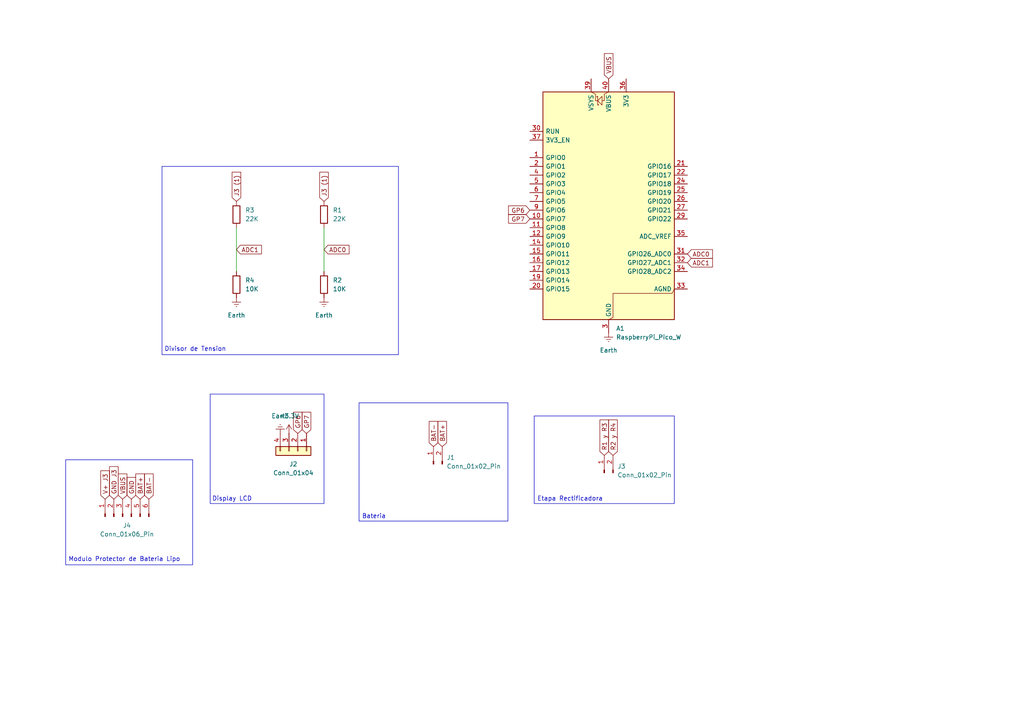
<source format=kicad_sch>
(kicad_sch
	(version 20250114)
	(generator "eeschema")
	(generator_version "9.0")
	(uuid "911fb31c-9ec0-4f87-b7c0-c3d7edbfac4b")
	(paper "A4")
	(lib_symbols
		(symbol "Connector:Conn_01x02_Pin"
			(pin_names
				(offset 1.016)
				(hide yes)
			)
			(exclude_from_sim no)
			(in_bom yes)
			(on_board yes)
			(property "Reference" "J"
				(at 0 2.54 0)
				(effects
					(font
						(size 1.27 1.27)
					)
				)
			)
			(property "Value" "Conn_01x02_Pin"
				(at 0 -5.08 0)
				(effects
					(font
						(size 1.27 1.27)
					)
				)
			)
			(property "Footprint" ""
				(at 0 0 0)
				(effects
					(font
						(size 1.27 1.27)
					)
					(hide yes)
				)
			)
			(property "Datasheet" "~"
				(at 0 0 0)
				(effects
					(font
						(size 1.27 1.27)
					)
					(hide yes)
				)
			)
			(property "Description" "Generic connector, single row, 01x02, script generated"
				(at 0 0 0)
				(effects
					(font
						(size 1.27 1.27)
					)
					(hide yes)
				)
			)
			(property "ki_locked" ""
				(at 0 0 0)
				(effects
					(font
						(size 1.27 1.27)
					)
				)
			)
			(property "ki_keywords" "connector"
				(at 0 0 0)
				(effects
					(font
						(size 1.27 1.27)
					)
					(hide yes)
				)
			)
			(property "ki_fp_filters" "Connector*:*_1x??_*"
				(at 0 0 0)
				(effects
					(font
						(size 1.27 1.27)
					)
					(hide yes)
				)
			)
			(symbol "Conn_01x02_Pin_1_1"
				(rectangle
					(start 0.8636 0.127)
					(end 0 -0.127)
					(stroke
						(width 0.1524)
						(type default)
					)
					(fill
						(type outline)
					)
				)
				(rectangle
					(start 0.8636 -2.413)
					(end 0 -2.667)
					(stroke
						(width 0.1524)
						(type default)
					)
					(fill
						(type outline)
					)
				)
				(polyline
					(pts
						(xy 1.27 0) (xy 0.8636 0)
					)
					(stroke
						(width 0.1524)
						(type default)
					)
					(fill
						(type none)
					)
				)
				(polyline
					(pts
						(xy 1.27 -2.54) (xy 0.8636 -2.54)
					)
					(stroke
						(width 0.1524)
						(type default)
					)
					(fill
						(type none)
					)
				)
				(pin passive line
					(at 5.08 0 180)
					(length 3.81)
					(name "Pin_1"
						(effects
							(font
								(size 1.27 1.27)
							)
						)
					)
					(number "1"
						(effects
							(font
								(size 1.27 1.27)
							)
						)
					)
				)
				(pin passive line
					(at 5.08 -2.54 180)
					(length 3.81)
					(name "Pin_2"
						(effects
							(font
								(size 1.27 1.27)
							)
						)
					)
					(number "2"
						(effects
							(font
								(size 1.27 1.27)
							)
						)
					)
				)
			)
			(embedded_fonts no)
		)
		(symbol "Connector:Conn_01x06_Pin"
			(pin_names
				(offset 1.016)
				(hide yes)
			)
			(exclude_from_sim no)
			(in_bom yes)
			(on_board yes)
			(property "Reference" "J"
				(at 0 7.62 0)
				(effects
					(font
						(size 1.27 1.27)
					)
				)
			)
			(property "Value" "Conn_01x06_Pin"
				(at 0 -10.16 0)
				(effects
					(font
						(size 1.27 1.27)
					)
				)
			)
			(property "Footprint" ""
				(at 0 0 0)
				(effects
					(font
						(size 1.27 1.27)
					)
					(hide yes)
				)
			)
			(property "Datasheet" "~"
				(at 0 0 0)
				(effects
					(font
						(size 1.27 1.27)
					)
					(hide yes)
				)
			)
			(property "Description" "Generic connector, single row, 01x06, script generated"
				(at 0 0 0)
				(effects
					(font
						(size 1.27 1.27)
					)
					(hide yes)
				)
			)
			(property "ki_locked" ""
				(at 0 0 0)
				(effects
					(font
						(size 1.27 1.27)
					)
				)
			)
			(property "ki_keywords" "connector"
				(at 0 0 0)
				(effects
					(font
						(size 1.27 1.27)
					)
					(hide yes)
				)
			)
			(property "ki_fp_filters" "Connector*:*_1x??_*"
				(at 0 0 0)
				(effects
					(font
						(size 1.27 1.27)
					)
					(hide yes)
				)
			)
			(symbol "Conn_01x06_Pin_1_1"
				(rectangle
					(start 0.8636 5.207)
					(end 0 4.953)
					(stroke
						(width 0.1524)
						(type default)
					)
					(fill
						(type outline)
					)
				)
				(rectangle
					(start 0.8636 2.667)
					(end 0 2.413)
					(stroke
						(width 0.1524)
						(type default)
					)
					(fill
						(type outline)
					)
				)
				(rectangle
					(start 0.8636 0.127)
					(end 0 -0.127)
					(stroke
						(width 0.1524)
						(type default)
					)
					(fill
						(type outline)
					)
				)
				(rectangle
					(start 0.8636 -2.413)
					(end 0 -2.667)
					(stroke
						(width 0.1524)
						(type default)
					)
					(fill
						(type outline)
					)
				)
				(rectangle
					(start 0.8636 -4.953)
					(end 0 -5.207)
					(stroke
						(width 0.1524)
						(type default)
					)
					(fill
						(type outline)
					)
				)
				(rectangle
					(start 0.8636 -7.493)
					(end 0 -7.747)
					(stroke
						(width 0.1524)
						(type default)
					)
					(fill
						(type outline)
					)
				)
				(polyline
					(pts
						(xy 1.27 5.08) (xy 0.8636 5.08)
					)
					(stroke
						(width 0.1524)
						(type default)
					)
					(fill
						(type none)
					)
				)
				(polyline
					(pts
						(xy 1.27 2.54) (xy 0.8636 2.54)
					)
					(stroke
						(width 0.1524)
						(type default)
					)
					(fill
						(type none)
					)
				)
				(polyline
					(pts
						(xy 1.27 0) (xy 0.8636 0)
					)
					(stroke
						(width 0.1524)
						(type default)
					)
					(fill
						(type none)
					)
				)
				(polyline
					(pts
						(xy 1.27 -2.54) (xy 0.8636 -2.54)
					)
					(stroke
						(width 0.1524)
						(type default)
					)
					(fill
						(type none)
					)
				)
				(polyline
					(pts
						(xy 1.27 -5.08) (xy 0.8636 -5.08)
					)
					(stroke
						(width 0.1524)
						(type default)
					)
					(fill
						(type none)
					)
				)
				(polyline
					(pts
						(xy 1.27 -7.62) (xy 0.8636 -7.62)
					)
					(stroke
						(width 0.1524)
						(type default)
					)
					(fill
						(type none)
					)
				)
				(pin passive line
					(at 5.08 5.08 180)
					(length 3.81)
					(name "Pin_1"
						(effects
							(font
								(size 1.27 1.27)
							)
						)
					)
					(number "1"
						(effects
							(font
								(size 1.27 1.27)
							)
						)
					)
				)
				(pin passive line
					(at 5.08 2.54 180)
					(length 3.81)
					(name "Pin_2"
						(effects
							(font
								(size 1.27 1.27)
							)
						)
					)
					(number "2"
						(effects
							(font
								(size 1.27 1.27)
							)
						)
					)
				)
				(pin passive line
					(at 5.08 0 180)
					(length 3.81)
					(name "Pin_3"
						(effects
							(font
								(size 1.27 1.27)
							)
						)
					)
					(number "3"
						(effects
							(font
								(size 1.27 1.27)
							)
						)
					)
				)
				(pin passive line
					(at 5.08 -2.54 180)
					(length 3.81)
					(name "Pin_4"
						(effects
							(font
								(size 1.27 1.27)
							)
						)
					)
					(number "4"
						(effects
							(font
								(size 1.27 1.27)
							)
						)
					)
				)
				(pin passive line
					(at 5.08 -5.08 180)
					(length 3.81)
					(name "Pin_5"
						(effects
							(font
								(size 1.27 1.27)
							)
						)
					)
					(number "5"
						(effects
							(font
								(size 1.27 1.27)
							)
						)
					)
				)
				(pin passive line
					(at 5.08 -7.62 180)
					(length 3.81)
					(name "Pin_6"
						(effects
							(font
								(size 1.27 1.27)
							)
						)
					)
					(number "6"
						(effects
							(font
								(size 1.27 1.27)
							)
						)
					)
				)
			)
			(embedded_fonts no)
		)
		(symbol "Connector_Generic:Conn_01x04"
			(pin_names
				(offset 1.016)
				(hide yes)
			)
			(exclude_from_sim no)
			(in_bom yes)
			(on_board yes)
			(property "Reference" "J"
				(at 0 5.08 0)
				(effects
					(font
						(size 1.27 1.27)
					)
				)
			)
			(property "Value" "Conn_01x04"
				(at 0 -7.62 0)
				(effects
					(font
						(size 1.27 1.27)
					)
				)
			)
			(property "Footprint" ""
				(at 0 0 0)
				(effects
					(font
						(size 1.27 1.27)
					)
					(hide yes)
				)
			)
			(property "Datasheet" "~"
				(at 0 0 0)
				(effects
					(font
						(size 1.27 1.27)
					)
					(hide yes)
				)
			)
			(property "Description" "Generic connector, single row, 01x04, script generated (kicad-library-utils/schlib/autogen/connector/)"
				(at 0 0 0)
				(effects
					(font
						(size 1.27 1.27)
					)
					(hide yes)
				)
			)
			(property "ki_keywords" "connector"
				(at 0 0 0)
				(effects
					(font
						(size 1.27 1.27)
					)
					(hide yes)
				)
			)
			(property "ki_fp_filters" "Connector*:*_1x??_*"
				(at 0 0 0)
				(effects
					(font
						(size 1.27 1.27)
					)
					(hide yes)
				)
			)
			(symbol "Conn_01x04_1_1"
				(rectangle
					(start -1.27 3.81)
					(end 1.27 -6.35)
					(stroke
						(width 0.254)
						(type default)
					)
					(fill
						(type background)
					)
				)
				(rectangle
					(start -1.27 2.667)
					(end 0 2.413)
					(stroke
						(width 0.1524)
						(type default)
					)
					(fill
						(type none)
					)
				)
				(rectangle
					(start -1.27 0.127)
					(end 0 -0.127)
					(stroke
						(width 0.1524)
						(type default)
					)
					(fill
						(type none)
					)
				)
				(rectangle
					(start -1.27 -2.413)
					(end 0 -2.667)
					(stroke
						(width 0.1524)
						(type default)
					)
					(fill
						(type none)
					)
				)
				(rectangle
					(start -1.27 -4.953)
					(end 0 -5.207)
					(stroke
						(width 0.1524)
						(type default)
					)
					(fill
						(type none)
					)
				)
				(pin passive line
					(at -5.08 2.54 0)
					(length 3.81)
					(name "Pin_1"
						(effects
							(font
								(size 1.27 1.27)
							)
						)
					)
					(number "1"
						(effects
							(font
								(size 1.27 1.27)
							)
						)
					)
				)
				(pin passive line
					(at -5.08 0 0)
					(length 3.81)
					(name "Pin_2"
						(effects
							(font
								(size 1.27 1.27)
							)
						)
					)
					(number "2"
						(effects
							(font
								(size 1.27 1.27)
							)
						)
					)
				)
				(pin passive line
					(at -5.08 -2.54 0)
					(length 3.81)
					(name "Pin_3"
						(effects
							(font
								(size 1.27 1.27)
							)
						)
					)
					(number "3"
						(effects
							(font
								(size 1.27 1.27)
							)
						)
					)
				)
				(pin passive line
					(at -5.08 -5.08 0)
					(length 3.81)
					(name "Pin_4"
						(effects
							(font
								(size 1.27 1.27)
							)
						)
					)
					(number "4"
						(effects
							(font
								(size 1.27 1.27)
							)
						)
					)
				)
			)
			(embedded_fonts no)
		)
		(symbol "Device:R"
			(pin_numbers
				(hide yes)
			)
			(pin_names
				(offset 0)
			)
			(exclude_from_sim no)
			(in_bom yes)
			(on_board yes)
			(property "Reference" "R"
				(at 2.032 0 90)
				(effects
					(font
						(size 1.27 1.27)
					)
				)
			)
			(property "Value" "R"
				(at 0 0 90)
				(effects
					(font
						(size 1.27 1.27)
					)
				)
			)
			(property "Footprint" ""
				(at -1.778 0 90)
				(effects
					(font
						(size 1.27 1.27)
					)
					(hide yes)
				)
			)
			(property "Datasheet" "~"
				(at 0 0 0)
				(effects
					(font
						(size 1.27 1.27)
					)
					(hide yes)
				)
			)
			(property "Description" "Resistor"
				(at 0 0 0)
				(effects
					(font
						(size 1.27 1.27)
					)
					(hide yes)
				)
			)
			(property "ki_keywords" "R res resistor"
				(at 0 0 0)
				(effects
					(font
						(size 1.27 1.27)
					)
					(hide yes)
				)
			)
			(property "ki_fp_filters" "R_*"
				(at 0 0 0)
				(effects
					(font
						(size 1.27 1.27)
					)
					(hide yes)
				)
			)
			(symbol "R_0_1"
				(rectangle
					(start -1.016 -2.54)
					(end 1.016 2.54)
					(stroke
						(width 0.254)
						(type default)
					)
					(fill
						(type none)
					)
				)
			)
			(symbol "R_1_1"
				(pin passive line
					(at 0 3.81 270)
					(length 1.27)
					(name "~"
						(effects
							(font
								(size 1.27 1.27)
							)
						)
					)
					(number "1"
						(effects
							(font
								(size 1.27 1.27)
							)
						)
					)
				)
				(pin passive line
					(at 0 -3.81 90)
					(length 1.27)
					(name "~"
						(effects
							(font
								(size 1.27 1.27)
							)
						)
					)
					(number "2"
						(effects
							(font
								(size 1.27 1.27)
							)
						)
					)
				)
			)
			(embedded_fonts no)
		)
		(symbol "MCU_Module:RaspberryPi_Pico_W"
			(pin_names
				(offset 0.762)
			)
			(exclude_from_sim no)
			(in_bom yes)
			(on_board yes)
			(property "Reference" "A"
				(at -19.05 35.56 0)
				(effects
					(font
						(size 1.27 1.27)
					)
					(justify left)
				)
			)
			(property "Value" "RaspberryPi_Pico_W"
				(at 7.62 35.56 0)
				(effects
					(font
						(size 1.27 1.27)
					)
					(justify left)
				)
			)
			(property "Footprint" "Module:RaspberryPi_Pico_W_SMD_HandSolder"
				(at 0 -46.99 0)
				(effects
					(font
						(size 1.27 1.27)
					)
					(hide yes)
				)
			)
			(property "Datasheet" "https://datasheets.raspberrypi.com/picow/pico-w-datasheet.pdf"
				(at 0 -49.53 0)
				(effects
					(font
						(size 1.27 1.27)
					)
					(hide yes)
				)
			)
			(property "Description" "Versatile and inexpensive wireless microcontroller module powered by RP2040 dual-core Arm Cortex-M0+ processor up to 133 MHz, 264kB SRAM, 2MB QSPI flash, Infineon CYW43439 2.4GHz 802.11n wireless LAN; also supports Raspberry Pi Pico 2 W"
				(at 0 -52.07 0)
				(effects
					(font
						(size 1.27 1.27)
					)
					(hide yes)
				)
			)
			(property "ki_keywords" "RP2350A M33 RISC-V Hazard3 usb wifi bluetooth"
				(at 0 0 0)
				(effects
					(font
						(size 1.27 1.27)
					)
					(hide yes)
				)
			)
			(property "ki_fp_filters" "RaspberryPi?Pico?Common* RaspberryPi?Pico?W?SMD*"
				(at 0 0 0)
				(effects
					(font
						(size 1.27 1.27)
					)
					(hide yes)
				)
			)
			(symbol "RaspberryPi_Pico_W_0_1"
				(rectangle
					(start -19.05 34.29)
					(end 19.05 -31.75)
					(stroke
						(width 0.254)
						(type default)
					)
					(fill
						(type background)
					)
				)
				(polyline
					(pts
						(xy -5.08 34.29) (xy -3.81 33.655) (xy -3.81 31.75) (xy -3.175 31.75)
					)
					(stroke
						(width 0)
						(type default)
					)
					(fill
						(type none)
					)
				)
				(polyline
					(pts
						(xy -3.429 32.766) (xy -3.429 33.02) (xy -3.175 33.02) (xy -3.175 30.48) (xy -2.921 30.48) (xy -2.921 30.734)
					)
					(stroke
						(width 0)
						(type default)
					)
					(fill
						(type none)
					)
				)
				(polyline
					(pts
						(xy -3.175 31.75) (xy -1.905 33.02) (xy -1.905 30.48) (xy -3.175 31.75)
					)
					(stroke
						(width 0)
						(type default)
					)
					(fill
						(type none)
					)
				)
				(polyline
					(pts
						(xy 0 34.29) (xy -1.27 33.655) (xy -1.27 31.75) (xy -1.905 31.75)
					)
					(stroke
						(width 0)
						(type default)
					)
					(fill
						(type none)
					)
				)
				(polyline
					(pts
						(xy 0 -31.75) (xy 1.27 -31.115) (xy 1.27 -24.13) (xy 18.415 -24.13) (xy 19.05 -22.86)
					)
					(stroke
						(width 0)
						(type default)
					)
					(fill
						(type none)
					)
				)
			)
			(symbol "RaspberryPi_Pico_W_1_1"
				(pin passive line
					(at -22.86 22.86 0)
					(length 3.81)
					(name "RUN"
						(effects
							(font
								(size 1.27 1.27)
							)
						)
					)
					(number "30"
						(effects
							(font
								(size 1.27 1.27)
							)
						)
					)
					(alternate "~{RESET}" passive line)
				)
				(pin passive line
					(at -22.86 20.32 0)
					(length 3.81)
					(name "3V3_EN"
						(effects
							(font
								(size 1.27 1.27)
							)
						)
					)
					(number "37"
						(effects
							(font
								(size 1.27 1.27)
							)
						)
					)
					(alternate "~{3V3_DISABLE}" passive line)
				)
				(pin bidirectional line
					(at -22.86 15.24 0)
					(length 3.81)
					(name "GPIO0"
						(effects
							(font
								(size 1.27 1.27)
							)
						)
					)
					(number "1"
						(effects
							(font
								(size 1.27 1.27)
							)
						)
					)
					(alternate "I2C0_SDA" bidirectional line)
					(alternate "PWM0_A" output line)
					(alternate "SPI0_RX" input line)
					(alternate "UART0_TX" output line)
					(alternate "USB_OVCUR_DET" input line)
				)
				(pin bidirectional line
					(at -22.86 12.7 0)
					(length 3.81)
					(name "GPIO1"
						(effects
							(font
								(size 1.27 1.27)
							)
						)
					)
					(number "2"
						(effects
							(font
								(size 1.27 1.27)
							)
						)
					)
					(alternate "I2C0_SCL" bidirectional clock)
					(alternate "PWM0_B" bidirectional line)
					(alternate "UART0_RX" input line)
					(alternate "USB_VBUS_DET" passive line)
					(alternate "~{SPI0_CSn}" bidirectional line)
				)
				(pin bidirectional line
					(at -22.86 10.16 0)
					(length 3.81)
					(name "GPIO2"
						(effects
							(font
								(size 1.27 1.27)
							)
						)
					)
					(number "4"
						(effects
							(font
								(size 1.27 1.27)
							)
						)
					)
					(alternate "I2C1_SDA" bidirectional line)
					(alternate "PWM1_A" output line)
					(alternate "SPI0_SCK" bidirectional clock)
					(alternate "UART0_CTS" input line)
					(alternate "USB_VBUS_EN" output line)
				)
				(pin bidirectional line
					(at -22.86 7.62 0)
					(length 3.81)
					(name "GPIO3"
						(effects
							(font
								(size 1.27 1.27)
							)
						)
					)
					(number "5"
						(effects
							(font
								(size 1.27 1.27)
							)
						)
					)
					(alternate "I2C1_SCL" bidirectional clock)
					(alternate "PWM1_B" bidirectional line)
					(alternate "SPI0_TX" output line)
					(alternate "UART0_RTS" output line)
					(alternate "USB_OVCUR_DET" input line)
				)
				(pin bidirectional line
					(at -22.86 5.08 0)
					(length 3.81)
					(name "GPIO4"
						(effects
							(font
								(size 1.27 1.27)
							)
						)
					)
					(number "6"
						(effects
							(font
								(size 1.27 1.27)
							)
						)
					)
					(alternate "I2C0_SDA" bidirectional line)
					(alternate "PWM2_A" output line)
					(alternate "SPI0_RX" input line)
					(alternate "UART1_TX" output line)
					(alternate "USB_VBUS_DET" input line)
				)
				(pin bidirectional line
					(at -22.86 2.54 0)
					(length 3.81)
					(name "GPIO5"
						(effects
							(font
								(size 1.27 1.27)
							)
						)
					)
					(number "7"
						(effects
							(font
								(size 1.27 1.27)
							)
						)
					)
					(alternate "I2C0_SCL" bidirectional clock)
					(alternate "PWM2_B" bidirectional line)
					(alternate "UART1_RX" input line)
					(alternate "USB_VBUS_EN" output line)
					(alternate "~{SPI0_CSn}" bidirectional line)
				)
				(pin bidirectional line
					(at -22.86 0 0)
					(length 3.81)
					(name "GPIO6"
						(effects
							(font
								(size 1.27 1.27)
							)
						)
					)
					(number "9"
						(effects
							(font
								(size 1.27 1.27)
							)
						)
					)
					(alternate "I2C1_SDA" bidirectional line)
					(alternate "PWM3_A" output line)
					(alternate "SPI0_SCK" bidirectional clock)
					(alternate "UART1_CTS" input line)
					(alternate "USB_OVCUR_DET" input line)
				)
				(pin bidirectional line
					(at -22.86 -2.54 0)
					(length 3.81)
					(name "GPIO7"
						(effects
							(font
								(size 1.27 1.27)
							)
						)
					)
					(number "10"
						(effects
							(font
								(size 1.27 1.27)
							)
						)
					)
					(alternate "I2C1_SCL" bidirectional clock)
					(alternate "PWM3_B" bidirectional line)
					(alternate "SPI0_TX" output line)
					(alternate "UART1_RTS" output line)
					(alternate "USB_VBUS_DET" input line)
				)
				(pin bidirectional line
					(at -22.86 -5.08 0)
					(length 3.81)
					(name "GPIO8"
						(effects
							(font
								(size 1.27 1.27)
							)
						)
					)
					(number "11"
						(effects
							(font
								(size 1.27 1.27)
							)
						)
					)
					(alternate "I2C0_SDA" bidirectional line)
					(alternate "PWM4_A" output line)
					(alternate "SPI1_RX" input line)
					(alternate "UART1_TX" output line)
					(alternate "USB_VBUS_EN" output line)
				)
				(pin bidirectional line
					(at -22.86 -7.62 0)
					(length 3.81)
					(name "GPIO9"
						(effects
							(font
								(size 1.27 1.27)
							)
						)
					)
					(number "12"
						(effects
							(font
								(size 1.27 1.27)
							)
						)
					)
					(alternate "I2C0_SCL" bidirectional clock)
					(alternate "PWM4_B" bidirectional line)
					(alternate "UART1_RX" input line)
					(alternate "USB_OVCUR_DET" input line)
					(alternate "~{SPI1_CSn}" bidirectional line)
				)
				(pin bidirectional line
					(at -22.86 -10.16 0)
					(length 3.81)
					(name "GPIO10"
						(effects
							(font
								(size 1.27 1.27)
							)
						)
					)
					(number "14"
						(effects
							(font
								(size 1.27 1.27)
							)
						)
					)
					(alternate "I2C1_SDA" bidirectional line)
					(alternate "PWM5_A" output line)
					(alternate "SPI1_SCK" bidirectional clock)
					(alternate "UART1_CTS" input line)
					(alternate "USB_VBUS_DET" input line)
				)
				(pin bidirectional line
					(at -22.86 -12.7 0)
					(length 3.81)
					(name "GPIO11"
						(effects
							(font
								(size 1.27 1.27)
							)
						)
					)
					(number "15"
						(effects
							(font
								(size 1.27 1.27)
							)
						)
					)
					(alternate "I2C1_SCL" bidirectional clock)
					(alternate "PWM5_B" bidirectional line)
					(alternate "SPI1_TX" output line)
					(alternate "UART1_RTS" output line)
					(alternate "USB_VBUS_EN" output line)
				)
				(pin bidirectional line
					(at -22.86 -15.24 0)
					(length 3.81)
					(name "GPIO12"
						(effects
							(font
								(size 1.27 1.27)
							)
						)
					)
					(number "16"
						(effects
							(font
								(size 1.27 1.27)
							)
						)
					)
					(alternate "I2C0_SDA" bidirectional line)
					(alternate "PWM6_A" output line)
					(alternate "SPI1_RX" input line)
					(alternate "UART0_TX" output line)
					(alternate "USB_OVCUR_DET" input line)
				)
				(pin bidirectional line
					(at -22.86 -17.78 0)
					(length 3.81)
					(name "GPIO13"
						(effects
							(font
								(size 1.27 1.27)
							)
						)
					)
					(number "17"
						(effects
							(font
								(size 1.27 1.27)
							)
						)
					)
					(alternate "I2C0_SCL" bidirectional clock)
					(alternate "PWM6_B" bidirectional line)
					(alternate "UART0_RX" input line)
					(alternate "USB_VBUS_DET" input line)
					(alternate "~{SPI1_CSn}" bidirectional line)
				)
				(pin bidirectional line
					(at -22.86 -20.32 0)
					(length 3.81)
					(name "GPIO14"
						(effects
							(font
								(size 1.27 1.27)
							)
						)
					)
					(number "19"
						(effects
							(font
								(size 1.27 1.27)
							)
						)
					)
					(alternate "I2C1_SDA" bidirectional line)
					(alternate "PWM7_A" output line)
					(alternate "SPI1_SCK" bidirectional clock)
					(alternate "UART0_CTS" input line)
					(alternate "USB_VBUS_EN" output line)
				)
				(pin bidirectional line
					(at -22.86 -22.86 0)
					(length 3.81)
					(name "GPIO15"
						(effects
							(font
								(size 1.27 1.27)
							)
						)
					)
					(number "20"
						(effects
							(font
								(size 1.27 1.27)
							)
						)
					)
					(alternate "I2C1_SCL" bidirectional clock)
					(alternate "PWM7_B" bidirectional line)
					(alternate "SPI1_TX" output line)
					(alternate "UART0_RTS" output line)
					(alternate "USB_OVCUR_DET" input line)
				)
				(pin power_in line
					(at -5.08 38.1 270)
					(length 3.81)
					(name "VSYS"
						(effects
							(font
								(size 1.27 1.27)
							)
						)
					)
					(number "39"
						(effects
							(font
								(size 1.27 1.27)
							)
						)
					)
					(alternate "VSYS_OUT" power_out line)
				)
				(pin power_out line
					(at 0 38.1 270)
					(length 3.81)
					(name "VBUS"
						(effects
							(font
								(size 1.27 1.27)
							)
						)
					)
					(number "40"
						(effects
							(font
								(size 1.27 1.27)
							)
						)
					)
					(alternate "VBUS_IN" power_in line)
				)
				(pin passive line
					(at 0 -35.56 90)
					(length 3.81)
					(hide yes)
					(name "GND"
						(effects
							(font
								(size 1.27 1.27)
							)
						)
					)
					(number "13"
						(effects
							(font
								(size 1.27 1.27)
							)
						)
					)
				)
				(pin passive line
					(at 0 -35.56 90)
					(length 3.81)
					(hide yes)
					(name "GND"
						(effects
							(font
								(size 1.27 1.27)
							)
						)
					)
					(number "18"
						(effects
							(font
								(size 1.27 1.27)
							)
						)
					)
				)
				(pin passive line
					(at 0 -35.56 90)
					(length 3.81)
					(hide yes)
					(name "GND"
						(effects
							(font
								(size 1.27 1.27)
							)
						)
					)
					(number "23"
						(effects
							(font
								(size 1.27 1.27)
							)
						)
					)
				)
				(pin passive line
					(at 0 -35.56 90)
					(length 3.81)
					(hide yes)
					(name "GND"
						(effects
							(font
								(size 1.27 1.27)
							)
						)
					)
					(number "28"
						(effects
							(font
								(size 1.27 1.27)
							)
						)
					)
				)
				(pin power_out line
					(at 0 -35.56 90)
					(length 3.81)
					(name "GND"
						(effects
							(font
								(size 1.27 1.27)
							)
						)
					)
					(number "3"
						(effects
							(font
								(size 1.27 1.27)
							)
						)
					)
					(alternate "GND_IN" power_in line)
				)
				(pin passive line
					(at 0 -35.56 90)
					(length 3.81)
					(hide yes)
					(name "GND"
						(effects
							(font
								(size 1.27 1.27)
							)
						)
					)
					(number "38"
						(effects
							(font
								(size 1.27 1.27)
							)
						)
					)
				)
				(pin passive line
					(at 0 -35.56 90)
					(length 3.81)
					(hide yes)
					(name "GND"
						(effects
							(font
								(size 1.27 1.27)
							)
						)
					)
					(number "8"
						(effects
							(font
								(size 1.27 1.27)
							)
						)
					)
				)
				(pin power_out line
					(at 5.08 38.1 270)
					(length 3.81)
					(name "3V3"
						(effects
							(font
								(size 1.27 1.27)
							)
						)
					)
					(number "36"
						(effects
							(font
								(size 1.27 1.27)
							)
						)
					)
				)
				(pin bidirectional line
					(at 22.86 12.7 180)
					(length 3.81)
					(name "GPIO16"
						(effects
							(font
								(size 1.27 1.27)
							)
						)
					)
					(number "21"
						(effects
							(font
								(size 1.27 1.27)
							)
						)
					)
					(alternate "I2C0_SDA" bidirectional line)
					(alternate "PWM0_A" output line)
					(alternate "SPI0_RX" input line)
					(alternate "UART0_TX" output line)
					(alternate "USB_VBUS_DET" input line)
				)
				(pin bidirectional line
					(at 22.86 10.16 180)
					(length 3.81)
					(name "GPIO17"
						(effects
							(font
								(size 1.27 1.27)
							)
						)
					)
					(number "22"
						(effects
							(font
								(size 1.27 1.27)
							)
						)
					)
					(alternate "I2C0_SCL" bidirectional clock)
					(alternate "PWM0_B" bidirectional line)
					(alternate "UART0_RX" input line)
					(alternate "USB_VBUS_EN" output line)
					(alternate "~{SPI0_CSn}" bidirectional line)
				)
				(pin bidirectional line
					(at 22.86 7.62 180)
					(length 3.81)
					(name "GPIO18"
						(effects
							(font
								(size 1.27 1.27)
							)
						)
					)
					(number "24"
						(effects
							(font
								(size 1.27 1.27)
							)
						)
					)
					(alternate "I2C1_SDA" bidirectional line)
					(alternate "PWM1_A" output line)
					(alternate "SPI0_SCK" bidirectional clock)
					(alternate "UART0_CTS" input line)
					(alternate "USB_OVCUR_DET" input line)
				)
				(pin bidirectional line
					(at 22.86 5.08 180)
					(length 3.81)
					(name "GPIO19"
						(effects
							(font
								(size 1.27 1.27)
							)
						)
					)
					(number "25"
						(effects
							(font
								(size 1.27 1.27)
							)
						)
					)
					(alternate "I2C1_SCL" bidirectional clock)
					(alternate "PWM1_B" bidirectional line)
					(alternate "SPI0_TX" output line)
					(alternate "UART0_RTS" output line)
					(alternate "USB_VBUS_DET" input line)
				)
				(pin bidirectional line
					(at 22.86 2.54 180)
					(length 3.81)
					(name "GPIO20"
						(effects
							(font
								(size 1.27 1.27)
							)
						)
					)
					(number "26"
						(effects
							(font
								(size 1.27 1.27)
							)
						)
					)
					(alternate "CLOCK_GPIN0" input clock)
					(alternate "I2C0_SDA" bidirectional line)
					(alternate "PWM2_A" output line)
					(alternate "SPI0_RX" input line)
					(alternate "UART1_TX" output line)
					(alternate "USB_VBUS_EN" output line)
				)
				(pin bidirectional line
					(at 22.86 0 180)
					(length 3.81)
					(name "GPIO21"
						(effects
							(font
								(size 1.27 1.27)
							)
						)
					)
					(number "27"
						(effects
							(font
								(size 1.27 1.27)
							)
						)
					)
					(alternate "CLOCK_GPOUT0" output clock)
					(alternate "I2C0_SCL" bidirectional clock)
					(alternate "PWM2_B" bidirectional line)
					(alternate "UART1_RX" input line)
					(alternate "USB_OVCUR_DET" input line)
					(alternate "~{SPI0_CSn}" bidirectional line)
				)
				(pin bidirectional line
					(at 22.86 -2.54 180)
					(length 3.81)
					(name "GPIO22"
						(effects
							(font
								(size 1.27 1.27)
							)
						)
					)
					(number "29"
						(effects
							(font
								(size 1.27 1.27)
							)
						)
					)
					(alternate "CLOCK_GPIN1" input clock)
					(alternate "I2C1_SDA" bidirectional line)
					(alternate "PWM3_A" output line)
					(alternate "SPI0_SCK" bidirectional clock)
					(alternate "UART1_CTS" input line)
					(alternate "USB_VBUS_DET" input line)
				)
				(pin power_in line
					(at 22.86 -7.62 180)
					(length 3.81)
					(name "ADC_VREF"
						(effects
							(font
								(size 1.27 1.27)
							)
						)
					)
					(number "35"
						(effects
							(font
								(size 1.27 1.27)
							)
						)
					)
				)
				(pin bidirectional line
					(at 22.86 -12.7 180)
					(length 3.81)
					(name "GPIO26_ADC0"
						(effects
							(font
								(size 1.27 1.27)
							)
						)
					)
					(number "31"
						(effects
							(font
								(size 1.27 1.27)
							)
						)
					)
					(alternate "ADC0" input line)
					(alternate "GPIO26" bidirectional line)
					(alternate "I2C1_SDA" bidirectional line)
					(alternate "PWM5_A" output line)
					(alternate "SPI1_SCK" bidirectional clock)
					(alternate "UART1_CTS" input line)
					(alternate "USB_VBUS_EN" output line)
				)
				(pin bidirectional line
					(at 22.86 -15.24 180)
					(length 3.81)
					(name "GPIO27_ADC1"
						(effects
							(font
								(size 1.27 1.27)
							)
						)
					)
					(number "32"
						(effects
							(font
								(size 1.27 1.27)
							)
						)
					)
					(alternate "ADC1" input line)
					(alternate "GPIO27" bidirectional line)
					(alternate "I2C1_SCL" bidirectional clock)
					(alternate "PWM5_B" bidirectional line)
					(alternate "SPI1_TX" output line)
					(alternate "UART1_RTS" output line)
					(alternate "USB_OVCUR_DET" input line)
				)
				(pin bidirectional line
					(at 22.86 -17.78 180)
					(length 3.81)
					(name "GPIO28_ADC2"
						(effects
							(font
								(size 1.27 1.27)
							)
						)
					)
					(number "34"
						(effects
							(font
								(size 1.27 1.27)
							)
						)
					)
					(alternate "ADC2" input line)
					(alternate "GPIO28" bidirectional line)
					(alternate "I2C0_SDA" bidirectional line)
					(alternate "PWM6_A" output line)
					(alternate "SPI1_RX" input line)
					(alternate "UART0_TX" output line)
					(alternate "USB_VBUS_DET" input line)
				)
				(pin power_out line
					(at 22.86 -22.86 180)
					(length 3.81)
					(name "AGND"
						(effects
							(font
								(size 1.27 1.27)
							)
						)
					)
					(number "33"
						(effects
							(font
								(size 1.27 1.27)
							)
						)
					)
					(alternate "GND" passive line)
				)
			)
			(embedded_fonts no)
		)
		(symbol "power:+3.3V"
			(power)
			(pin_numbers
				(hide yes)
			)
			(pin_names
				(offset 0)
				(hide yes)
			)
			(exclude_from_sim no)
			(in_bom yes)
			(on_board yes)
			(property "Reference" "#PWR"
				(at 0 -3.81 0)
				(effects
					(font
						(size 1.27 1.27)
					)
					(hide yes)
				)
			)
			(property "Value" "+3.3V"
				(at 0 3.556 0)
				(effects
					(font
						(size 1.27 1.27)
					)
				)
			)
			(property "Footprint" ""
				(at 0 0 0)
				(effects
					(font
						(size 1.27 1.27)
					)
					(hide yes)
				)
			)
			(property "Datasheet" ""
				(at 0 0 0)
				(effects
					(font
						(size 1.27 1.27)
					)
					(hide yes)
				)
			)
			(property "Description" "Power symbol creates a global label with name \"+3.3V\""
				(at 0 0 0)
				(effects
					(font
						(size 1.27 1.27)
					)
					(hide yes)
				)
			)
			(property "ki_keywords" "global power"
				(at 0 0 0)
				(effects
					(font
						(size 1.27 1.27)
					)
					(hide yes)
				)
			)
			(symbol "+3.3V_0_1"
				(polyline
					(pts
						(xy -0.762 1.27) (xy 0 2.54)
					)
					(stroke
						(width 0)
						(type default)
					)
					(fill
						(type none)
					)
				)
				(polyline
					(pts
						(xy 0 2.54) (xy 0.762 1.27)
					)
					(stroke
						(width 0)
						(type default)
					)
					(fill
						(type none)
					)
				)
				(polyline
					(pts
						(xy 0 0) (xy 0 2.54)
					)
					(stroke
						(width 0)
						(type default)
					)
					(fill
						(type none)
					)
				)
			)
			(symbol "+3.3V_1_1"
				(pin power_in line
					(at 0 0 90)
					(length 0)
					(name "~"
						(effects
							(font
								(size 1.27 1.27)
							)
						)
					)
					(number "1"
						(effects
							(font
								(size 1.27 1.27)
							)
						)
					)
				)
			)
			(embedded_fonts no)
		)
		(symbol "power:Earth"
			(power)
			(pin_numbers
				(hide yes)
			)
			(pin_names
				(offset 0)
				(hide yes)
			)
			(exclude_from_sim no)
			(in_bom yes)
			(on_board yes)
			(property "Reference" "#PWR"
				(at 0 -6.35 0)
				(effects
					(font
						(size 1.27 1.27)
					)
					(hide yes)
				)
			)
			(property "Value" "Earth"
				(at 0 -3.81 0)
				(effects
					(font
						(size 1.27 1.27)
					)
				)
			)
			(property "Footprint" ""
				(at 0 0 0)
				(effects
					(font
						(size 1.27 1.27)
					)
					(hide yes)
				)
			)
			(property "Datasheet" "~"
				(at 0 0 0)
				(effects
					(font
						(size 1.27 1.27)
					)
					(hide yes)
				)
			)
			(property "Description" "Power symbol creates a global label with name \"Earth\""
				(at 0 0 0)
				(effects
					(font
						(size 1.27 1.27)
					)
					(hide yes)
				)
			)
			(property "ki_keywords" "global ground gnd"
				(at 0 0 0)
				(effects
					(font
						(size 1.27 1.27)
					)
					(hide yes)
				)
			)
			(symbol "Earth_0_1"
				(polyline
					(pts
						(xy -0.635 -1.905) (xy 0.635 -1.905)
					)
					(stroke
						(width 0)
						(type default)
					)
					(fill
						(type none)
					)
				)
				(polyline
					(pts
						(xy -0.127 -2.54) (xy 0.127 -2.54)
					)
					(stroke
						(width 0)
						(type default)
					)
					(fill
						(type none)
					)
				)
				(polyline
					(pts
						(xy 0 -1.27) (xy 0 0)
					)
					(stroke
						(width 0)
						(type default)
					)
					(fill
						(type none)
					)
				)
				(polyline
					(pts
						(xy 1.27 -1.27) (xy -1.27 -1.27)
					)
					(stroke
						(width 0)
						(type default)
					)
					(fill
						(type none)
					)
				)
			)
			(symbol "Earth_1_1"
				(pin power_in line
					(at 0 0 270)
					(length 0)
					(name "~"
						(effects
							(font
								(size 1.27 1.27)
							)
						)
					)
					(number "1"
						(effects
							(font
								(size 1.27 1.27)
							)
						)
					)
				)
			)
			(embedded_fonts no)
		)
	)
	(rectangle
		(start 46.99 48.26)
		(end 115.57 102.87)
		(stroke
			(width 0)
			(type default)
		)
		(fill
			(type none)
		)
		(uuid 30473f73-ef07-4269-b6fe-98ff90480b42)
	)
	(rectangle
		(start 154.94 120.65)
		(end 195.58 146.05)
		(stroke
			(width 0)
			(type default)
		)
		(fill
			(type none)
		)
		(uuid 6a1904ca-9506-4af1-952b-4030941bac4c)
	)
	(rectangle
		(start 104.14 116.84)
		(end 147.32 151.13)
		(stroke
			(width 0)
			(type default)
		)
		(fill
			(type none)
		)
		(uuid 824ebfa4-eef1-4e4f-8fbe-604ffb4585ea)
	)
	(rectangle
		(start 19.05 133.35)
		(end 55.88 163.83)
		(stroke
			(width 0)
			(type default)
		)
		(fill
			(type none)
		)
		(uuid 8e910b45-eaab-4f4d-8a57-75261e93f65f)
	)
	(rectangle
		(start 60.96 114.3)
		(end 93.98 146.05)
		(stroke
			(width 0)
			(type default)
		)
		(fill
			(type none)
		)
		(uuid fab753db-4ac4-455a-89c4-dc49ae96896e)
	)
	(text "Modulo Protector de Bateria Lipo\n"
		(exclude_from_sim no)
		(at 36.068 162.306 0)
		(effects
			(font
				(size 1.27 1.27)
			)
		)
		(uuid "2be49a5f-2bea-49cb-882b-5d34ee68dd51")
	)
	(text "Divisor de Tension"
		(exclude_from_sim no)
		(at 56.642 101.346 0)
		(effects
			(font
				(size 1.27 1.27)
			)
		)
		(uuid "2c4b57e3-8ddb-4a99-ba5a-5f79ddfb7d32")
	)
	(text "Display LCD"
		(exclude_from_sim no)
		(at 67.31 144.78 0)
		(effects
			(font
				(size 1.27 1.27)
			)
		)
		(uuid "97a8d4d7-c3d2-4718-afbe-84f62f6dfc48")
	)
	(text "Etapa Rectificadora"
		(exclude_from_sim no)
		(at 165.354 144.78 0)
		(effects
			(font
				(size 1.27 1.27)
			)
		)
		(uuid "ef2212e1-0ba2-4262-82d6-7ab7e7249138")
	)
	(text "Bateria"
		(exclude_from_sim no)
		(at 108.458 149.86 0)
		(effects
			(font
				(size 1.27 1.27)
			)
		)
		(uuid "fed92d1e-06fb-42f8-a442-71e90110bb40")
	)
	(wire
		(pts
			(xy 68.58 66.04) (xy 68.58 78.74)
		)
		(stroke
			(width 0)
			(type default)
		)
		(uuid "3c8698cb-4e56-42e7-99bc-2cf13a8a778e")
	)
	(wire
		(pts
			(xy 93.98 66.04) (xy 93.98 78.74)
		)
		(stroke
			(width 0)
			(type default)
		)
		(uuid "c52ca523-c535-4b67-96a2-5ab6eb1b34bf")
	)
	(global_label "GP7"
		(shape input)
		(at 88.9 125.73 90)
		(fields_autoplaced yes)
		(effects
			(font
				(size 1.27 1.27)
			)
			(justify left)
		)
		(uuid "05d60261-e553-47fd-94d6-9d2d276dbe36")
		(property "Intersheetrefs" "${INTERSHEET_REFS}"
			(at 88.9 118.9953 90)
			(effects
				(font
					(size 1.27 1.27)
				)
				(justify left)
				(hide yes)
			)
		)
	)
	(global_label "ADC1"
		(shape input)
		(at 199.39 76.2 0)
		(fields_autoplaced yes)
		(effects
			(font
				(size 1.27 1.27)
			)
			(justify left)
		)
		(uuid "2763503f-ef6b-4b06-b3ac-cce401540555")
		(property "Intersheetrefs" "${INTERSHEET_REFS}"
			(at 207.2133 76.2 0)
			(effects
				(font
					(size 1.27 1.27)
				)
				(justify left)
				(hide yes)
			)
		)
	)
	(global_label "GND J3"
		(shape input)
		(at 33.02 144.78 90)
		(fields_autoplaced yes)
		(effects
			(font
				(size 1.27 1.27)
			)
			(justify left)
		)
		(uuid "3adcb729-0763-43ba-a784-304f7544231e")
		(property "Intersheetrefs" "${INTERSHEET_REFS}"
			(at 33.02 134.7796 90)
			(effects
				(font
					(size 1.27 1.27)
				)
				(justify left)
				(hide yes)
			)
		)
	)
	(global_label "GP6"
		(shape input)
		(at 86.36 125.73 90)
		(fields_autoplaced yes)
		(effects
			(font
				(size 1.27 1.27)
			)
			(justify left)
		)
		(uuid "42e0bb7e-7eb0-47cf-a485-8338651eeff8")
		(property "Intersheetrefs" "${INTERSHEET_REFS}"
			(at 86.36 118.9953 90)
			(effects
				(font
					(size 1.27 1.27)
				)
				(justify left)
				(hide yes)
			)
		)
	)
	(global_label "ADC0"
		(shape input)
		(at 199.39 73.66 0)
		(fields_autoplaced yes)
		(effects
			(font
				(size 1.27 1.27)
			)
			(justify left)
		)
		(uuid "4530f2b9-cf5c-4b2b-b8c2-0d36f49c1a40")
		(property "Intersheetrefs" "${INTERSHEET_REFS}"
			(at 207.2133 73.66 0)
			(effects
				(font
					(size 1.27 1.27)
				)
				(justify left)
				(hide yes)
			)
		)
	)
	(global_label "GND"
		(shape input)
		(at 38.1 144.78 90)
		(fields_autoplaced yes)
		(effects
			(font
				(size 1.27 1.27)
			)
			(justify left)
		)
		(uuid "4db0a1ec-bb7b-4b8b-8b9f-661c494f0e46")
		(property "Intersheetrefs" "${INTERSHEET_REFS}"
			(at 38.1 137.9243 90)
			(effects
				(font
					(size 1.27 1.27)
				)
				(justify left)
				(hide yes)
			)
		)
	)
	(global_label "R1 y R3"
		(shape input)
		(at 175.26 132.08 90)
		(fields_autoplaced yes)
		(effects
			(font
				(size 1.27 1.27)
			)
			(justify left)
		)
		(uuid "5a1c1197-0123-45c9-aa68-63767492e9f0")
		(property "Intersheetrefs" "${INTERSHEET_REFS}"
			(at 175.26 121.233 90)
			(effects
				(font
					(size 1.27 1.27)
				)
				(justify left)
				(hide yes)
			)
		)
	)
	(global_label "BAT+"
		(shape input)
		(at 128.27 129.54 90)
		(fields_autoplaced yes)
		(effects
			(font
				(size 1.27 1.27)
			)
			(justify left)
		)
		(uuid "6b283c04-7d0a-4d76-b0c9-c3c4942e5b6e")
		(property "Intersheetrefs" "${INTERSHEET_REFS}"
			(at 128.27 121.6562 90)
			(effects
				(font
					(size 1.27 1.27)
				)
				(justify left)
				(hide yes)
			)
		)
	)
	(global_label "ADC1"
		(shape input)
		(at 68.58 72.39 0)
		(fields_autoplaced yes)
		(effects
			(font
				(size 1.27 1.27)
			)
			(justify left)
		)
		(uuid "7af0eda4-a391-4cb1-8dc9-92d10ae8d78d")
		(property "Intersheetrefs" "${INTERSHEET_REFS}"
			(at 76.4033 72.39 0)
			(effects
				(font
					(size 1.27 1.27)
				)
				(justify left)
				(hide yes)
			)
		)
	)
	(global_label "J3 (1)"
		(shape input)
		(at 93.98 58.42 90)
		(fields_autoplaced yes)
		(effects
			(font
				(size 1.27 1.27)
			)
			(justify left)
		)
		(uuid "89330173-0638-4612-bad2-aea53bf643a5")
		(property "Intersheetrefs" "${INTERSHEET_REFS}"
			(at 93.98 49.3872 90)
			(effects
				(font
					(size 1.27 1.27)
				)
				(justify left)
				(hide yes)
			)
		)
	)
	(global_label "GP6"
		(shape input)
		(at 153.67 60.96 180)
		(fields_autoplaced yes)
		(effects
			(font
				(size 1.27 1.27)
			)
			(justify right)
		)
		(uuid "95e2f658-7083-4bcd-9b87-20c784f7f5b4")
		(property "Intersheetrefs" "${INTERSHEET_REFS}"
			(at 146.9353 60.96 0)
			(effects
				(font
					(size 1.27 1.27)
				)
				(justify right)
				(hide yes)
			)
		)
	)
	(global_label "V+ J3"
		(shape input)
		(at 30.48 144.78 90)
		(fields_autoplaced yes)
		(effects
			(font
				(size 1.27 1.27)
			)
			(justify left)
		)
		(uuid "b9f70401-25e4-4e1d-8692-226cab651d44")
		(property "Intersheetrefs" "${INTERSHEET_REFS}"
			(at 30.48 135.9891 90)
			(effects
				(font
					(size 1.27 1.27)
				)
				(justify left)
				(hide yes)
			)
		)
	)
	(global_label "BAT-"
		(shape input)
		(at 43.18 144.78 90)
		(fields_autoplaced yes)
		(effects
			(font
				(size 1.27 1.27)
			)
			(justify left)
		)
		(uuid "bc284ad3-ff64-45fc-a894-c43e0a4586d3")
		(property "Intersheetrefs" "${INTERSHEET_REFS}"
			(at 43.18 136.8962 90)
			(effects
				(font
					(size 1.27 1.27)
				)
				(justify left)
				(hide yes)
			)
		)
	)
	(global_label "BAT-"
		(shape input)
		(at 125.73 129.54 90)
		(fields_autoplaced yes)
		(effects
			(font
				(size 1.27 1.27)
			)
			(justify left)
		)
		(uuid "bd1e4bec-1ca5-4e9c-a6fd-3ea4a39762e9")
		(property "Intersheetrefs" "${INTERSHEET_REFS}"
			(at 125.73 121.6562 90)
			(effects
				(font
					(size 1.27 1.27)
				)
				(justify left)
				(hide yes)
			)
		)
	)
	(global_label "GP7"
		(shape input)
		(at 153.67 63.5 180)
		(fields_autoplaced yes)
		(effects
			(font
				(size 1.27 1.27)
			)
			(justify right)
		)
		(uuid "bec18010-de9a-4435-b8cb-4dbad312da31")
		(property "Intersheetrefs" "${INTERSHEET_REFS}"
			(at 146.9353 63.5 0)
			(effects
				(font
					(size 1.27 1.27)
				)
				(justify right)
				(hide yes)
			)
		)
	)
	(global_label "VBUS"
		(shape input)
		(at 176.53 22.86 90)
		(fields_autoplaced yes)
		(effects
			(font
				(size 1.27 1.27)
			)
			(justify left)
		)
		(uuid "bf8d41b1-c3f3-4aff-b10e-d2b89ba07cb5")
		(property "Intersheetrefs" "${INTERSHEET_REFS}"
			(at 176.53 14.9762 90)
			(effects
				(font
					(size 1.27 1.27)
				)
				(justify left)
				(hide yes)
			)
		)
	)
	(global_label "J3 (1)"
		(shape input)
		(at 68.58 58.42 90)
		(fields_autoplaced yes)
		(effects
			(font
				(size 1.27 1.27)
			)
			(justify left)
		)
		(uuid "c3aaee44-9d66-46cd-a4a8-a160ebcff4a8")
		(property "Intersheetrefs" "${INTERSHEET_REFS}"
			(at 68.58 49.3872 90)
			(effects
				(font
					(size 1.27 1.27)
				)
				(justify left)
				(hide yes)
			)
		)
	)
	(global_label "R2 y R4"
		(shape input)
		(at 177.8 132.08 90)
		(fields_autoplaced yes)
		(effects
			(font
				(size 1.27 1.27)
			)
			(justify left)
		)
		(uuid "cf57e082-ae20-44a4-a4c2-0bfc6d41117b")
		(property "Intersheetrefs" "${INTERSHEET_REFS}"
			(at 177.8 121.233 90)
			(effects
				(font
					(size 1.27 1.27)
				)
				(justify left)
				(hide yes)
			)
		)
	)
	(global_label "VBUS"
		(shape input)
		(at 35.56 144.78 90)
		(fields_autoplaced yes)
		(effects
			(font
				(size 1.27 1.27)
			)
			(justify left)
		)
		(uuid "d281f325-18ee-4080-bb8b-a3b278b08260")
		(property "Intersheetrefs" "${INTERSHEET_REFS}"
			(at 35.56 136.8962 90)
			(effects
				(font
					(size 1.27 1.27)
				)
				(justify left)
				(hide yes)
			)
		)
	)
	(global_label "BAT+"
		(shape input)
		(at 40.64 144.78 90)
		(fields_autoplaced yes)
		(effects
			(font
				(size 1.27 1.27)
			)
			(justify left)
		)
		(uuid "e450a540-f7f1-444e-bbe9-729293a13c55")
		(property "Intersheetrefs" "${INTERSHEET_REFS}"
			(at 40.64 136.8962 90)
			(effects
				(font
					(size 1.27 1.27)
				)
				(justify left)
				(hide yes)
			)
		)
	)
	(global_label "ADC0"
		(shape input)
		(at 93.98 72.39 0)
		(fields_autoplaced yes)
		(effects
			(font
				(size 1.27 1.27)
			)
			(justify left)
		)
		(uuid "fa336988-a739-4d9e-911f-9bbf47d66570")
		(property "Intersheetrefs" "${INTERSHEET_REFS}"
			(at 101.8033 72.39 0)
			(effects
				(font
					(size 1.27 1.27)
				)
				(justify left)
				(hide yes)
			)
		)
	)
	(symbol
		(lib_id "Device:R")
		(at 93.98 62.23 0)
		(unit 1)
		(exclude_from_sim no)
		(in_bom yes)
		(on_board yes)
		(dnp no)
		(fields_autoplaced yes)
		(uuid "003bdb3b-27a5-4cf8-98a6-28dd277b450e")
		(property "Reference" "R1"
			(at 96.52 60.9599 0)
			(effects
				(font
					(size 1.27 1.27)
				)
				(justify left)
			)
		)
		(property "Value" "22K"
			(at 96.52 63.4999 0)
			(effects
				(font
					(size 1.27 1.27)
				)
				(justify left)
			)
		)
		(property "Footprint" "Resistor_THT:R_Axial_DIN0207_L6.3mm_D2.5mm_P2.54mm_Vertical"
			(at 92.202 62.23 90)
			(effects
				(font
					(size 1.27 1.27)
				)
				(hide yes)
			)
		)
		(property "Datasheet" "~"
			(at 93.98 62.23 0)
			(effects
				(font
					(size 1.27 1.27)
				)
				(hide yes)
			)
		)
		(property "Description" "Resistor"
			(at 93.98 62.23 0)
			(effects
				(font
					(size 1.27 1.27)
				)
				(hide yes)
			)
		)
		(pin "2"
			(uuid "443f07f6-2696-42f3-83b2-5daa7dcbfdbf")
		)
		(pin "1"
			(uuid "3f3102f4-21c3-4bf7-9976-595740a8b216")
		)
		(instances
			(project "Raspberry"
				(path "/911fb31c-9ec0-4f87-b7c0-c3d7edbfac4b"
					(reference "R1")
					(unit 1)
				)
			)
		)
	)
	(symbol
		(lib_id "power:Earth")
		(at 68.58 86.36 0)
		(unit 1)
		(exclude_from_sim no)
		(in_bom yes)
		(on_board yes)
		(dnp no)
		(fields_autoplaced yes)
		(uuid "201af59b-fcea-439f-9406-a820517d5511")
		(property "Reference" "#PWR05"
			(at 68.58 92.71 0)
			(effects
				(font
					(size 1.27 1.27)
				)
				(hide yes)
			)
		)
		(property "Value" "Earth"
			(at 68.58 91.44 0)
			(effects
				(font
					(size 1.27 1.27)
				)
			)
		)
		(property "Footprint" ""
			(at 68.58 86.36 0)
			(effects
				(font
					(size 1.27 1.27)
				)
				(hide yes)
			)
		)
		(property "Datasheet" "~"
			(at 68.58 86.36 0)
			(effects
				(font
					(size 1.27 1.27)
				)
				(hide yes)
			)
		)
		(property "Description" "Power symbol creates a global label with name \"Earth\""
			(at 68.58 86.36 0)
			(effects
				(font
					(size 1.27 1.27)
				)
				(hide yes)
			)
		)
		(pin "1"
			(uuid "8dc92369-928c-43e8-b85d-c5bdcd441b5c")
		)
		(instances
			(project "Raspberry"
				(path "/911fb31c-9ec0-4f87-b7c0-c3d7edbfac4b"
					(reference "#PWR05")
					(unit 1)
				)
			)
		)
	)
	(symbol
		(lib_id "power:+3.3V")
		(at 83.82 125.73 0)
		(unit 1)
		(exclude_from_sim no)
		(in_bom yes)
		(on_board yes)
		(dnp no)
		(fields_autoplaced yes)
		(uuid "2f2c935d-e134-4172-bfdf-ef6be11c9739")
		(property "Reference" "#PWR02"
			(at 83.82 129.54 0)
			(effects
				(font
					(size 1.27 1.27)
				)
				(hide yes)
			)
		)
		(property "Value" "+3.3V"
			(at 83.82 120.65 0)
			(effects
				(font
					(size 1.27 1.27)
				)
			)
		)
		(property "Footprint" ""
			(at 83.82 125.73 0)
			(effects
				(font
					(size 1.27 1.27)
				)
				(hide yes)
			)
		)
		(property "Datasheet" ""
			(at 83.82 125.73 0)
			(effects
				(font
					(size 1.27 1.27)
				)
				(hide yes)
			)
		)
		(property "Description" "Power symbol creates a global label with name \"+3.3V\""
			(at 83.82 125.73 0)
			(effects
				(font
					(size 1.27 1.27)
				)
				(hide yes)
			)
		)
		(pin "1"
			(uuid "d57dac4a-4911-4cee-9eb2-23e272ea30d6")
		)
		(instances
			(project "Raspberry"
				(path "/911fb31c-9ec0-4f87-b7c0-c3d7edbfac4b"
					(reference "#PWR02")
					(unit 1)
				)
			)
		)
	)
	(symbol
		(lib_id "power:Earth")
		(at 93.98 86.36 0)
		(unit 1)
		(exclude_from_sim no)
		(in_bom yes)
		(on_board yes)
		(dnp no)
		(fields_autoplaced yes)
		(uuid "35f49325-fcbc-4367-bc8a-bf4c760d9fe6")
		(property "Reference" "#PWR04"
			(at 93.98 92.71 0)
			(effects
				(font
					(size 1.27 1.27)
				)
				(hide yes)
			)
		)
		(property "Value" "Earth"
			(at 93.98 91.44 0)
			(effects
				(font
					(size 1.27 1.27)
				)
			)
		)
		(property "Footprint" ""
			(at 93.98 86.36 0)
			(effects
				(font
					(size 1.27 1.27)
				)
				(hide yes)
			)
		)
		(property "Datasheet" "~"
			(at 93.98 86.36 0)
			(effects
				(font
					(size 1.27 1.27)
				)
				(hide yes)
			)
		)
		(property "Description" "Power symbol creates a global label with name \"Earth\""
			(at 93.98 86.36 0)
			(effects
				(font
					(size 1.27 1.27)
				)
				(hide yes)
			)
		)
		(pin "1"
			(uuid "83a3a1cb-6528-49e2-ae54-46019bb63a71")
		)
		(instances
			(project "Raspberry"
				(path "/911fb31c-9ec0-4f87-b7c0-c3d7edbfac4b"
					(reference "#PWR04")
					(unit 1)
				)
			)
		)
	)
	(symbol
		(lib_id "power:Earth")
		(at 176.53 96.52 0)
		(unit 1)
		(exclude_from_sim no)
		(in_bom yes)
		(on_board yes)
		(dnp no)
		(fields_autoplaced yes)
		(uuid "45f38a56-80f5-45da-bc23-1f126415a83a")
		(property "Reference" "#PWR01"
			(at 176.53 102.87 0)
			(effects
				(font
					(size 1.27 1.27)
				)
				(hide yes)
			)
		)
		(property "Value" "Earth"
			(at 176.53 101.6 0)
			(effects
				(font
					(size 1.27 1.27)
				)
			)
		)
		(property "Footprint" ""
			(at 176.53 96.52 0)
			(effects
				(font
					(size 1.27 1.27)
				)
				(hide yes)
			)
		)
		(property "Datasheet" "~"
			(at 176.53 96.52 0)
			(effects
				(font
					(size 1.27 1.27)
				)
				(hide yes)
			)
		)
		(property "Description" "Power symbol creates a global label with name \"Earth\""
			(at 176.53 96.52 0)
			(effects
				(font
					(size 1.27 1.27)
				)
				(hide yes)
			)
		)
		(pin "1"
			(uuid "bd09c02b-3899-4974-939c-3309e5c0859a")
		)
		(instances
			(project "Raspberry"
				(path "/911fb31c-9ec0-4f87-b7c0-c3d7edbfac4b"
					(reference "#PWR01")
					(unit 1)
				)
			)
		)
	)
	(symbol
		(lib_id "Connector:Conn_01x02_Pin")
		(at 125.73 134.62 90)
		(unit 1)
		(exclude_from_sim no)
		(in_bom yes)
		(on_board yes)
		(dnp no)
		(fields_autoplaced yes)
		(uuid "45fd16d1-e101-4c6e-82ae-8cc7dbf06fd8")
		(property "Reference" "J1"
			(at 129.54 132.7149 90)
			(effects
				(font
					(size 1.27 1.27)
				)
				(justify right)
			)
		)
		(property "Value" "Conn_01x02_Pin"
			(at 129.54 135.2549 90)
			(effects
				(font
					(size 1.27 1.27)
				)
				(justify right)
			)
		)
		(property "Footprint" "Connector_JST:JST_PH_B2B-PH-K_1x02_P2.00mm_Vertical"
			(at 125.73 134.62 0)
			(effects
				(font
					(size 1.27 1.27)
				)
				(hide yes)
			)
		)
		(property "Datasheet" "~"
			(at 125.73 134.62 0)
			(effects
				(font
					(size 1.27 1.27)
				)
				(hide yes)
			)
		)
		(property "Description" "Generic connector, single row, 01x02, script generated"
			(at 125.73 134.62 0)
			(effects
				(font
					(size 1.27 1.27)
				)
				(hide yes)
			)
		)
		(pin "2"
			(uuid "cdaf0660-043e-4a49-8979-efa6e0ad6c5d")
		)
		(pin "1"
			(uuid "37c0eb91-a089-4f1a-b8b7-9623d44cd564")
		)
		(instances
			(project "Raspberry"
				(path "/911fb31c-9ec0-4f87-b7c0-c3d7edbfac4b"
					(reference "J1")
					(unit 1)
				)
			)
		)
	)
	(symbol
		(lib_id "Device:R")
		(at 68.58 82.55 0)
		(unit 1)
		(exclude_from_sim no)
		(in_bom yes)
		(on_board yes)
		(dnp no)
		(fields_autoplaced yes)
		(uuid "4e36cf5f-35eb-4f36-9b8d-313438fd64e2")
		(property "Reference" "R4"
			(at 71.12 81.2799 0)
			(effects
				(font
					(size 1.27 1.27)
				)
				(justify left)
			)
		)
		(property "Value" "10K"
			(at 71.12 83.8199 0)
			(effects
				(font
					(size 1.27 1.27)
				)
				(justify left)
			)
		)
		(property "Footprint" "Resistor_THT:R_Axial_DIN0207_L6.3mm_D2.5mm_P2.54mm_Vertical"
			(at 66.802 82.55 90)
			(effects
				(font
					(size 1.27 1.27)
				)
				(hide yes)
			)
		)
		(property "Datasheet" "~"
			(at 68.58 82.55 0)
			(effects
				(font
					(size 1.27 1.27)
				)
				(hide yes)
			)
		)
		(property "Description" "Resistor"
			(at 68.58 82.55 0)
			(effects
				(font
					(size 1.27 1.27)
				)
				(hide yes)
			)
		)
		(pin "2"
			(uuid "ca2229a3-d82c-428d-a041-3842549ff3f0")
		)
		(pin "1"
			(uuid "9e24fc4b-6350-407a-b64e-b10d6c79c2fa")
		)
		(instances
			(project "Raspberry"
				(path "/911fb31c-9ec0-4f87-b7c0-c3d7edbfac4b"
					(reference "R4")
					(unit 1)
				)
			)
		)
	)
	(symbol
		(lib_id "Device:R")
		(at 93.98 82.55 0)
		(unit 1)
		(exclude_from_sim no)
		(in_bom yes)
		(on_board yes)
		(dnp no)
		(fields_autoplaced yes)
		(uuid "67749dcc-1da4-4c66-894c-20c84a919405")
		(property "Reference" "R2"
			(at 96.52 81.2799 0)
			(effects
				(font
					(size 1.27 1.27)
				)
				(justify left)
			)
		)
		(property "Value" "10K"
			(at 96.52 83.8199 0)
			(effects
				(font
					(size 1.27 1.27)
				)
				(justify left)
			)
		)
		(property "Footprint" "Resistor_THT:R_Axial_DIN0207_L6.3mm_D2.5mm_P2.54mm_Vertical"
			(at 92.202 82.55 90)
			(effects
				(font
					(size 1.27 1.27)
				)
				(hide yes)
			)
		)
		(property "Datasheet" "~"
			(at 93.98 82.55 0)
			(effects
				(font
					(size 1.27 1.27)
				)
				(hide yes)
			)
		)
		(property "Description" "Resistor"
			(at 93.98 82.55 0)
			(effects
				(font
					(size 1.27 1.27)
				)
				(hide yes)
			)
		)
		(pin "2"
			(uuid "5fb4fabf-7d66-4f6d-a06d-7bd510366755")
		)
		(pin "1"
			(uuid "08611cab-6e7a-4d44-b2fb-18ebc31eb9b2")
		)
		(instances
			(project "Raspberry"
				(path "/911fb31c-9ec0-4f87-b7c0-c3d7edbfac4b"
					(reference "R2")
					(unit 1)
				)
			)
		)
	)
	(symbol
		(lib_id "power:Earth")
		(at 81.28 125.73 180)
		(unit 1)
		(exclude_from_sim no)
		(in_bom yes)
		(on_board yes)
		(dnp no)
		(fields_autoplaced yes)
		(uuid "9d6468ee-9d39-4384-a657-6491fe71dbce")
		(property "Reference" "#PWR03"
			(at 81.28 119.38 0)
			(effects
				(font
					(size 1.27 1.27)
				)
				(hide yes)
			)
		)
		(property "Value" "Earth"
			(at 81.28 120.65 0)
			(effects
				(font
					(size 1.27 1.27)
				)
			)
		)
		(property "Footprint" ""
			(at 81.28 125.73 0)
			(effects
				(font
					(size 1.27 1.27)
				)
				(hide yes)
			)
		)
		(property "Datasheet" "~"
			(at 81.28 125.73 0)
			(effects
				(font
					(size 1.27 1.27)
				)
				(hide yes)
			)
		)
		(property "Description" "Power symbol creates a global label with name \"Earth\""
			(at 81.28 125.73 0)
			(effects
				(font
					(size 1.27 1.27)
				)
				(hide yes)
			)
		)
		(pin "1"
			(uuid "e99a5c15-8f68-44ed-9f17-0d211793279d")
		)
		(instances
			(project "Raspberry"
				(path "/911fb31c-9ec0-4f87-b7c0-c3d7edbfac4b"
					(reference "#PWR03")
					(unit 1)
				)
			)
		)
	)
	(symbol
		(lib_id "MCU_Module:RaspberryPi_Pico_W")
		(at 176.53 60.96 0)
		(unit 1)
		(exclude_from_sim no)
		(in_bom yes)
		(on_board yes)
		(dnp no)
		(fields_autoplaced yes)
		(uuid "a488d6d4-e92c-4e05-8a6e-3a61becd6828")
		(property "Reference" "A1"
			(at 178.6733 95.25 0)
			(effects
				(font
					(size 1.27 1.27)
				)
				(justify left)
			)
		)
		(property "Value" "RaspberryPi_Pico_W"
			(at 178.6733 97.79 0)
			(effects
				(font
					(size 1.27 1.27)
				)
				(justify left)
			)
		)
		(property "Footprint" "Module:RaspberryPi_Pico_W_SMD_HandSolder"
			(at 176.53 107.95 0)
			(effects
				(font
					(size 1.27 1.27)
				)
				(hide yes)
			)
		)
		(property "Datasheet" "https://datasheets.raspberrypi.com/picow/pico-w-datasheet.pdf"
			(at 176.53 110.49 0)
			(effects
				(font
					(size 1.27 1.27)
				)
				(hide yes)
			)
		)
		(property "Description" "Versatile and inexpensive wireless microcontroller module powered by RP2040 dual-core Arm Cortex-M0+ processor up to 133 MHz, 264kB SRAM, 2MB QSPI flash, Infineon CYW43439 2.4GHz 802.11n wireless LAN; also supports Raspberry Pi Pico 2 W"
			(at 176.53 113.03 0)
			(effects
				(font
					(size 1.27 1.27)
				)
				(hide yes)
			)
		)
		(pin "6"
			(uuid "03466882-3511-4fc3-a7b1-164e5b8538d4")
		)
		(pin "4"
			(uuid "cf1135ac-f6e7-44bb-ac55-01f219bb76a0")
		)
		(pin "7"
			(uuid "0d073021-3197-4d2b-bdfa-624393d11b28")
		)
		(pin "5"
			(uuid "3aa1b2d0-918a-4183-b1dc-db4fb62e111e")
		)
		(pin "30"
			(uuid "10b5d66d-6a92-4864-ab29-a66e7e62ea68")
		)
		(pin "37"
			(uuid "17ab5237-f107-4262-a88d-6e8279c1a8ec")
		)
		(pin "1"
			(uuid "a952cbc5-91a9-41f9-85d9-375309b8d44f")
		)
		(pin "2"
			(uuid "b1cad4bb-7be6-4925-b2af-923928a28de8")
		)
		(pin "21"
			(uuid "78600276-9575-4488-8320-091ffcb33480")
		)
		(pin "9"
			(uuid "ca677e79-ddb3-43b5-8ae0-f16f4a36ba30")
		)
		(pin "16"
			(uuid "de8b2313-1fcd-43f5-a1c9-88c36d2c1295")
		)
		(pin "26"
			(uuid "904b05ca-6239-477f-a1ed-674caeb30e24")
		)
		(pin "14"
			(uuid "aa20236a-3c2d-4973-8263-bd3af98905a2")
		)
		(pin "31"
			(uuid "c85a0f1b-530a-42a6-bc35-f32f0ee79955")
		)
		(pin "28"
			(uuid "a0538ae5-b417-4993-835d-53ed43d26780")
		)
		(pin "15"
			(uuid "f87ffa5d-822b-4c26-83c0-7bf8fe89c195")
		)
		(pin "23"
			(uuid "bb4de8cf-b04a-4fe3-89da-d55ad41b5c3f")
		)
		(pin "3"
			(uuid "f2e7479b-c7d6-46e3-8e9a-0c193319e6a4")
		)
		(pin "8"
			(uuid "cec0ec14-a555-492f-a445-921667811ae3")
		)
		(pin "19"
			(uuid "bc11601d-bb1c-462f-89e4-d42be4e0c2c8")
		)
		(pin "12"
			(uuid "99e6155e-5cac-4129-a24e-a0582efdd81e")
		)
		(pin "40"
			(uuid "8aab9382-aacc-4caf-9913-a895a582f46b")
		)
		(pin "17"
			(uuid "042d50c8-64c5-4144-9f93-6c2f148b9ef1")
		)
		(pin "10"
			(uuid "02d66eac-4199-4a69-8cd7-2c15d3896015")
		)
		(pin "20"
			(uuid "1c50f820-8e8b-40c5-8470-227588284310")
		)
		(pin "39"
			(uuid "ca64e9aa-b6c4-4372-9c7c-9e962da752f6")
		)
		(pin "13"
			(uuid "5a7be708-e8be-4508-90d9-a3508a010550")
		)
		(pin "18"
			(uuid "f0ede1c4-fd28-4027-aa5a-f8cfb2e29acf")
		)
		(pin "11"
			(uuid "14465f7c-c2b3-4990-b321-83eb4b5c961b")
		)
		(pin "38"
			(uuid "a62e29bc-3668-4dc4-8bfe-2b50a871985c")
		)
		(pin "36"
			(uuid "5f50350b-12c4-4adf-8dfc-34dec550493f")
		)
		(pin "22"
			(uuid "c01c607e-472a-4540-b7f6-5c678b3e8221")
		)
		(pin "24"
			(uuid "57abbbcf-f73a-4a33-8378-61e4cdaaad36")
		)
		(pin "25"
			(uuid "237d753c-a485-4eac-90c2-9b4855033e38")
		)
		(pin "27"
			(uuid "277e8bdb-07b5-4a2f-91d3-267082e7f546")
		)
		(pin "29"
			(uuid "18458253-f483-412f-940d-b4f4f3d3d9bb")
		)
		(pin "35"
			(uuid "2f6ac9d5-f1ff-487b-9156-9e845251d62a")
		)
		(pin "32"
			(uuid "fb72475d-1637-4b77-8b91-bebc4eb16caf")
		)
		(pin "34"
			(uuid "f2b0ba4c-0365-457c-9ef0-61b045eb1098")
		)
		(pin "33"
			(uuid "696f77f8-cddb-4c33-a0c6-f6b3d625fad0")
		)
		(instances
			(project "Raspberry"
				(path "/911fb31c-9ec0-4f87-b7c0-c3d7edbfac4b"
					(reference "A1")
					(unit 1)
				)
			)
		)
	)
	(symbol
		(lib_id "Connector_Generic:Conn_01x04")
		(at 86.36 130.81 270)
		(unit 1)
		(exclude_from_sim no)
		(in_bom yes)
		(on_board yes)
		(dnp no)
		(fields_autoplaced yes)
		(uuid "d1c93d33-17c6-4953-a338-8c0610ed7b46")
		(property "Reference" "J2"
			(at 85.09 134.62 90)
			(effects
				(font
					(size 1.27 1.27)
				)
			)
		)
		(property "Value" "Conn_01x04"
			(at 85.09 137.16 90)
			(effects
				(font
					(size 1.27 1.27)
				)
			)
		)
		(property "Footprint" "Connector:FanPinHeader_1x04_P2.54mm_Vertical"
			(at 86.36 130.81 0)
			(effects
				(font
					(size 1.27 1.27)
				)
				(hide yes)
			)
		)
		(property "Datasheet" "~"
			(at 86.36 130.81 0)
			(effects
				(font
					(size 1.27 1.27)
				)
				(hide yes)
			)
		)
		(property "Description" "Generic connector, single row, 01x04, script generated (kicad-library-utils/schlib/autogen/connector/)"
			(at 86.36 130.81 0)
			(effects
				(font
					(size 1.27 1.27)
				)
				(hide yes)
			)
		)
		(pin "2"
			(uuid "ded4d2e4-d292-4389-a785-3863da2bc394")
		)
		(pin "3"
			(uuid "28b59030-2f82-4ea9-a762-95cda2ff7d1d")
		)
		(pin "1"
			(uuid "4dfc67ed-ff8e-48fc-94c5-d1372f89a40a")
		)
		(pin "4"
			(uuid "722102ef-857c-4255-957b-95d51e7981fe")
		)
		(instances
			(project "Raspberry"
				(path "/911fb31c-9ec0-4f87-b7c0-c3d7edbfac4b"
					(reference "J2")
					(unit 1)
				)
			)
		)
	)
	(symbol
		(lib_id "Connector:Conn_01x06_Pin")
		(at 35.56 149.86 90)
		(unit 1)
		(exclude_from_sim no)
		(in_bom yes)
		(on_board yes)
		(dnp no)
		(fields_autoplaced yes)
		(uuid "ddb417c6-f540-40bd-9631-2865cb7b8737")
		(property "Reference" "J4"
			(at 36.83 152.4 90)
			(effects
				(font
					(size 1.27 1.27)
				)
			)
		)
		(property "Value" "Conn_01x06_Pin"
			(at 36.83 154.94 90)
			(effects
				(font
					(size 1.27 1.27)
				)
			)
		)
		(property "Footprint" "Aura_de_modulo:TP4056-Module"
			(at 35.56 149.86 0)
			(effects
				(font
					(size 1.27 1.27)
				)
				(hide yes)
			)
		)
		(property "Datasheet" "~"
			(at 35.56 149.86 0)
			(effects
				(font
					(size 1.27 1.27)
				)
				(hide yes)
			)
		)
		(property "Description" "Generic connector, single row, 01x06, script generated"
			(at 35.56 149.86 0)
			(effects
				(font
					(size 1.27 1.27)
				)
				(hide yes)
			)
		)
		(pin "3"
			(uuid "485d6337-74f7-4cd3-9345-72ff162e1406")
		)
		(pin "2"
			(uuid "42633e25-1d1c-4ebf-9360-018d69f3c099")
		)
		(pin "4"
			(uuid "f556c627-f46f-4612-abfa-341b0301cbc3")
		)
		(pin "6"
			(uuid "89ee303c-882e-4249-a7ed-f3c47e51fc51")
		)
		(pin "1"
			(uuid "94fd75c3-c96c-4c33-883c-2b1c9c4c8ec9")
		)
		(pin "5"
			(uuid "f28a8fe2-b44d-438c-b4a2-f76285b14399")
		)
		(instances
			(project ""
				(path "/911fb31c-9ec0-4f87-b7c0-c3d7edbfac4b"
					(reference "J4")
					(unit 1)
				)
			)
		)
	)
	(symbol
		(lib_id "Device:R")
		(at 68.58 62.23 0)
		(unit 1)
		(exclude_from_sim no)
		(in_bom yes)
		(on_board yes)
		(dnp no)
		(fields_autoplaced yes)
		(uuid "de776a1f-b764-4936-8257-c8a25eff7f23")
		(property "Reference" "R3"
			(at 71.12 60.9599 0)
			(effects
				(font
					(size 1.27 1.27)
				)
				(justify left)
			)
		)
		(property "Value" "22K"
			(at 71.12 63.4999 0)
			(effects
				(font
					(size 1.27 1.27)
				)
				(justify left)
			)
		)
		(property "Footprint" "Resistor_THT:R_Axial_DIN0207_L6.3mm_D2.5mm_P2.54mm_Vertical"
			(at 66.802 62.23 90)
			(effects
				(font
					(size 1.27 1.27)
				)
				(hide yes)
			)
		)
		(property "Datasheet" "~"
			(at 68.58 62.23 0)
			(effects
				(font
					(size 1.27 1.27)
				)
				(hide yes)
			)
		)
		(property "Description" "Resistor"
			(at 68.58 62.23 0)
			(effects
				(font
					(size 1.27 1.27)
				)
				(hide yes)
			)
		)
		(pin "2"
			(uuid "bb30556d-b51a-4592-9a3f-4fb272112051")
		)
		(pin "1"
			(uuid "e1eb5cda-9367-46fd-8e02-e160fcd21e7f")
		)
		(instances
			(project "Raspberry"
				(path "/911fb31c-9ec0-4f87-b7c0-c3d7edbfac4b"
					(reference "R3")
					(unit 1)
				)
			)
		)
	)
	(symbol
		(lib_id "Connector:Conn_01x02_Pin")
		(at 175.26 137.16 90)
		(unit 1)
		(exclude_from_sim no)
		(in_bom yes)
		(on_board yes)
		(dnp no)
		(fields_autoplaced yes)
		(uuid "e91f0ba8-3cfa-476f-9b04-2b6b2a7ddc4e")
		(property "Reference" "J3"
			(at 179.07 135.2549 90)
			(effects
				(font
					(size 1.27 1.27)
				)
				(justify right)
			)
		)
		(property "Value" "Conn_01x02_Pin"
			(at 179.07 137.7949 90)
			(effects
				(font
					(size 1.27 1.27)
				)
				(justify right)
			)
		)
		(property "Footprint" "Connector_JST:JST_PH_B2B-PH-K_1x02_P2.00mm_Vertical"
			(at 175.26 137.16 0)
			(effects
				(font
					(size 1.27 1.27)
				)
				(hide yes)
			)
		)
		(property "Datasheet" "~"
			(at 175.26 137.16 0)
			(effects
				(font
					(size 1.27 1.27)
				)
				(hide yes)
			)
		)
		(property "Description" "Generic connector, single row, 01x02, script generated"
			(at 175.26 137.16 0)
			(effects
				(font
					(size 1.27 1.27)
				)
				(hide yes)
			)
		)
		(pin "2"
			(uuid "547921eb-65d4-4c1c-842f-ab499f655ab4")
		)
		(pin "1"
			(uuid "609003c2-f01f-4cc2-a9ab-84cf874a42bf")
		)
		(instances
			(project "Raspberry"
				(path "/911fb31c-9ec0-4f87-b7c0-c3d7edbfac4b"
					(reference "J3")
					(unit 1)
				)
			)
		)
	)
	(sheet_instances
		(path "/"
			(page "1")
		)
	)
	(embedded_fonts no)
)

</source>
